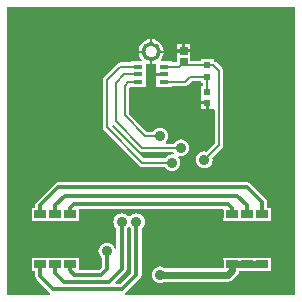
<source format=gtl>
G04 Layer_Physical_Order=1*
G04 Layer_Color=255*
%FSAX24Y24*%
%MOIN*%
G70*
G01*
G75*
%ADD10C,0.0118*%
%ADD11C,0.0118*%
%ADD12R,0.0315X0.0157*%
%ADD13R,0.1909X0.1094*%
%ADD14R,0.0398X0.0256*%
%ADD15R,0.0236X0.0217*%
%ADD16R,0.0252X0.0252*%
%ADD17C,0.0080*%
%ADD18C,0.0138*%
%ADD19C,0.0236*%
%ADD20C,0.1181*%
%ADD21C,0.0276*%
%ADD22C,0.0354*%
G36*
X023170Y013072D02*
X017512D01*
X017497Y013122D01*
X017528Y013143D01*
X018001Y013616D01*
X018038Y013671D01*
X018051Y013737D01*
Y015292D01*
X018077Y015311D01*
X018121Y015369D01*
X018149Y015437D01*
X018159Y015509D01*
X018149Y015581D01*
X018121Y015649D01*
X018077Y015707D01*
X018019Y015751D01*
X017951Y015779D01*
X017879Y015789D01*
X017807Y015779D01*
X017739Y015751D01*
X017681Y015707D01*
X017665Y015685D01*
X017602D01*
X017585Y015707D01*
X017527Y015751D01*
X017459Y015779D01*
X017387Y015789D01*
X017315Y015779D01*
X017247Y015751D01*
X017189Y015707D01*
X017145Y015649D01*
X017117Y015581D01*
X017107Y015509D01*
X017117Y015437D01*
X017145Y015369D01*
X017189Y015311D01*
X017215Y015292D01*
Y014601D01*
X017165Y014597D01*
X017137Y014665D01*
X017093Y014722D01*
X017035Y014767D01*
X016967Y014795D01*
X016895Y014804D01*
X016823Y014795D01*
X016755Y014767D01*
X016697Y014722D01*
X016653Y014665D01*
X016625Y014597D01*
X016615Y014525D01*
X016625Y014452D01*
X016653Y014385D01*
X016697Y014327D01*
X016723Y014308D01*
Y014006D01*
X016627Y013910D01*
X015963D01*
Y014312D01*
X014382D01*
Y013856D01*
X014508D01*
Y013688D01*
X014521Y013622D01*
X014559Y013566D01*
X014982Y013143D01*
X015013Y013122D01*
X014998Y013072D01*
X013572D01*
Y022670D01*
X023170D01*
Y013072D01*
D02*
G37*
G36*
X017681Y015311D02*
X017707Y015292D01*
Y013809D01*
X017335Y013437D01*
X017199D01*
X017180Y013483D01*
X017509Y013812D01*
X017546Y013868D01*
X017559Y013934D01*
Y015292D01*
X017585Y015311D01*
X017602Y015333D01*
X017665D01*
X017681Y015311D01*
D02*
G37*
%LPC*%
G36*
X021560Y016823D02*
X015281D01*
X015215Y016810D01*
X015159Y016773D01*
X014559Y016172D01*
X014521Y016116D01*
X014508Y016050D01*
Y015981D01*
X014382D01*
Y015525D01*
X015963D01*
Y015927D01*
X020779D01*
Y015525D01*
X022361D01*
Y015981D01*
X022234D01*
Y016149D01*
X022221Y016215D01*
X022184Y016271D01*
X021682Y016773D01*
X021626Y016810D01*
X021560Y016823D01*
D02*
G37*
G36*
X022361Y014312D02*
X020779D01*
Y013960D01*
X018832D01*
X018806Y013980D01*
X018739Y014007D01*
X018667Y014017D01*
X018594Y014007D01*
X018527Y013980D01*
X018469Y013935D01*
X018424Y013877D01*
X018397Y013810D01*
X018387Y013737D01*
X018397Y013665D01*
X018424Y013598D01*
X018469Y013540D01*
X018527Y013495D01*
X018594Y013467D01*
X018667Y013458D01*
X018739Y013467D01*
X018806Y013495D01*
X018832Y013515D01*
X020930D01*
X020930Y013515D01*
X021015Y013532D01*
X021088Y013580D01*
X021235Y013728D01*
X021235Y013728D01*
X021283Y013800D01*
X021295Y013856D01*
X022361D01*
Y014312D01*
D02*
G37*
G36*
X019404Y021428D02*
X019228D01*
Y021252D01*
X019404D01*
Y021428D01*
D02*
G37*
G36*
X019680D02*
X019504D01*
Y021252D01*
X019680D01*
Y021428D01*
D02*
G37*
G36*
X020191Y019416D02*
X020023D01*
Y019257D01*
X020191D01*
Y019416D01*
D02*
G37*
G36*
X018371Y021606D02*
X018309Y021594D01*
X018301Y021588D01*
X018263Y021583D01*
X018162Y021542D01*
X018075Y021475D01*
X018008Y021388D01*
X017966Y021287D01*
X017961Y021249D01*
X017956Y021240D01*
X017943Y021178D01*
X017956Y021116D01*
X017961Y021108D01*
X017966Y021070D01*
X018008Y020969D01*
X018057Y020905D01*
X018032Y020855D01*
X017691D01*
Y020819D01*
X017338D01*
X017338Y020819D01*
X017283Y020808D01*
X017237Y020777D01*
X017237Y020777D01*
X016794Y020334D01*
X016763Y020288D01*
X016752Y020233D01*
X016752Y020233D01*
Y018659D01*
X016752Y018659D01*
X016763Y018604D01*
X016794Y018558D01*
X017975Y017377D01*
X017975Y017377D01*
X018021Y017346D01*
X018076Y017335D01*
X018076Y017335D01*
X018820D01*
X018863Y017280D01*
X018920Y017235D01*
X018988Y017208D01*
X019060Y017198D01*
X019133Y017208D01*
X019200Y017235D01*
X019258Y017280D01*
X019302Y017338D01*
X019330Y017405D01*
X019340Y017478D01*
X019330Y017550D01*
X019302Y017617D01*
X019277Y017650D01*
X019304Y017697D01*
X019356Y017690D01*
X019428Y017700D01*
X019495Y017728D01*
X019553Y017772D01*
X019598Y017830D01*
X019626Y017897D01*
X019635Y017970D01*
X019626Y018042D01*
X019598Y018109D01*
X019553Y018167D01*
X019495Y018212D01*
X019428Y018240D01*
X019356Y018249D01*
X019283Y018240D01*
X019216Y018212D01*
X019158Y018167D01*
X019116Y018112D01*
X018877D01*
X018860Y018162D01*
X018864Y018166D01*
X018909Y018224D01*
X018937Y018291D01*
X018946Y018363D01*
X018937Y018436D01*
X018909Y018503D01*
X018864Y018561D01*
X018806Y018605D01*
X018739Y018633D01*
X018667Y018643D01*
X018594Y018633D01*
X018527Y018605D01*
X018469Y018561D01*
X018427Y018506D01*
X018234D01*
X017628Y019111D01*
Y019944D01*
X017674Y019987D01*
X017691Y019986D01*
Y019986D01*
X018206D01*
Y020242D01*
Y020498D01*
Y020752D01*
X018247Y020780D01*
X018263Y020773D01*
X018301Y020768D01*
X018309Y020763D01*
X018371Y020750D01*
X018433Y020763D01*
X018442Y020768D01*
X018480Y020773D01*
X018495Y020780D01*
X018537Y020752D01*
Y020498D01*
Y020470D01*
X018794D01*
Y020370D01*
X018537D01*
Y020242D01*
Y019986D01*
X019052D01*
Y020022D01*
X019483D01*
X019483Y020022D01*
X019538Y020033D01*
X019584Y020064D01*
X019720Y020199D01*
X020023D01*
Y020133D01*
X020099D01*
Y020048D01*
X020023D01*
Y019632D01*
Y019516D01*
X020241D01*
Y019466D01*
X020291D01*
Y019257D01*
X020459D01*
X020492Y019221D01*
Y018127D01*
X020212Y017846D01*
X020143Y017856D01*
X020071Y017846D01*
X020003Y017818D01*
X019945Y017774D01*
X019901Y017716D01*
X019873Y017648D01*
X019863Y017576D01*
X019873Y017504D01*
X019901Y017436D01*
X019945Y017378D01*
X020003Y017334D01*
X020071Y017306D01*
X020143Y017296D01*
X020215Y017306D01*
X020283Y017334D01*
X020341Y017378D01*
X020385Y017436D01*
X020413Y017504D01*
X020422Y017576D01*
X020413Y017645D01*
X020736Y017967D01*
X020736Y017967D01*
X020767Y018013D01*
X020778Y018068D01*
Y020529D01*
X020778Y020529D01*
X020767Y020583D01*
X020736Y020630D01*
X020736Y020630D01*
X020549Y020817D01*
X020503Y020848D01*
X020459Y020856D01*
Y020924D01*
X020023D01*
Y020858D01*
X019680D01*
Y021152D01*
X019228D01*
Y020976D01*
Y020819D01*
X019052D01*
Y020855D01*
X018710D01*
X018686Y020905D01*
X018734Y020969D01*
X018776Y021070D01*
X018781Y021108D01*
X018787Y021116D01*
X018799Y021178D01*
X018787Y021240D01*
X018781Y021249D01*
X018776Y021287D01*
X018734Y021388D01*
X018668Y021475D01*
X018581Y021542D01*
X018480Y021583D01*
X018442Y021588D01*
X018433Y021594D01*
X018371Y021606D01*
D02*
G37*
%LPD*%
G36*
X017975Y017869D02*
X017975Y017869D01*
X018021Y017838D01*
X018076Y017827D01*
X018076Y017827D01*
X019101D01*
X019120Y017799D01*
X019092Y017753D01*
X019060Y017757D01*
X018988Y017748D01*
X018920Y017720D01*
X018863Y017675D01*
X018820Y017620D01*
X018135D01*
X017059Y018696D01*
X017063Y018710D01*
X017118Y018726D01*
X017975Y017869D01*
D02*
G37*
D10*
X018637Y021178D02*
G03*
X018371Y021444I-000266J000000D01*
G01*
D02*
G03*
X018106Y021178I000000J-000266D01*
G01*
X018371Y020913D02*
G03*
X018637Y021178I000000J000266D01*
G01*
X018106D02*
G03*
X018371Y020913I000266J000000D01*
G01*
D11*
X018637Y021178D02*
D03*
X018106D02*
D03*
X018371Y021444D02*
D03*
Y020913D02*
D03*
D12*
X017948Y020676D02*
D03*
Y020420D02*
D03*
Y020165D02*
D03*
X018794Y020676D02*
D03*
Y020420D02*
D03*
Y020165D02*
D03*
D13*
X015418Y014919D02*
D03*
X021324D02*
D03*
D14*
X016157Y015753D02*
D03*
X015665D02*
D03*
X015172D02*
D03*
X014680D02*
D03*
X016157Y014084D02*
D03*
X015665D02*
D03*
X015172D02*
D03*
X014680D02*
D03*
X020586Y014084D02*
D03*
X021078D02*
D03*
X021570D02*
D03*
X022062D02*
D03*
X020586Y015753D02*
D03*
X021078D02*
D03*
X021570D02*
D03*
X022062D02*
D03*
D15*
X020241Y019466D02*
D03*
Y019840D02*
D03*
Y020342D02*
D03*
Y020716D02*
D03*
D16*
X019454Y021202D02*
D03*
Y020840D02*
D03*
D17*
X018637Y021178D02*
X019430D01*
X018371Y021444D02*
Y022104D01*
Y020548D02*
Y020913D01*
X017525Y021178D02*
X018106D01*
X018499Y020420D02*
X018794D01*
X018371Y020548D02*
X018499Y020420D01*
X019430Y021178D02*
X019454Y021202D01*
X017485Y021218D02*
X017525Y021178D01*
X018794Y020676D02*
X019291D01*
X018794Y020165D02*
X019483D01*
X018174Y018363D02*
X018667D01*
X017485Y019052D02*
X018174Y018363D01*
X017485Y019052D02*
Y020037D01*
X018076Y017970D02*
X019356D01*
X017190Y018856D02*
X018076Y017970D01*
X016895Y018659D02*
X018076Y017478D01*
X019060D01*
X017338Y020676D02*
X017948D01*
X016895Y020233D02*
X017338Y020676D01*
X016895Y018659D02*
Y020233D01*
X017613Y020165D02*
X017948D01*
X017485Y020037D02*
X017613Y020165D01*
X017476Y020420D02*
X017948D01*
X017190Y020135D02*
X017476Y020420D01*
X017190Y018856D02*
Y020135D01*
X020241Y020716D02*
X020448D01*
X020635Y020529D01*
Y018068D02*
Y020529D01*
X020143Y017576D02*
X020635Y018068D01*
X019454Y020840D02*
X019578Y020716D01*
X020241D01*
Y019840D02*
Y020342D01*
X019661D02*
X020241D01*
X019483Y020165D02*
X019661Y020342D01*
X019291Y020676D02*
X019454Y020840D01*
D18*
X021245Y016375D02*
X021570Y016050D01*
X015497Y016375D02*
X021245D01*
X015172Y016050D02*
X015497Y016375D01*
X021560Y016651D02*
X022062Y016149D01*
X015281Y016651D02*
X021560D01*
X014680Y016050D02*
X015281Y016651D01*
X017407Y013265D02*
X017879Y013737D01*
X015104Y013265D02*
X017407D01*
X014680Y013688D02*
X015104Y013265D01*
X016954Y013501D02*
X017387Y013934D01*
X015458Y013501D02*
X016954D01*
X015172Y013787D02*
X015458Y013501D01*
X020930Y016100D02*
X021078Y015952D01*
X015812Y016100D02*
X020930D01*
X015665Y015952D02*
X015812Y016100D01*
X022062Y015753D02*
Y016149D01*
X014680Y015753D02*
Y016050D01*
X021570Y015753D02*
Y016050D01*
X015172Y015753D02*
Y016050D01*
X021078Y015753D02*
Y015952D01*
X015665Y015753D02*
Y015952D01*
X017879Y013737D02*
Y015509D01*
X017387Y013934D02*
Y015509D01*
X016895Y013934D02*
Y014525D01*
X016698Y013737D02*
X016895Y013934D01*
X015812Y013737D02*
X016698D01*
X015172Y013787D02*
Y014084D01*
X014680Y013688D02*
Y014084D01*
X015665Y013885D02*
X015812Y013737D01*
X015665Y013885D02*
Y014084D01*
D19*
X018667Y013737D02*
X020930D01*
X021078Y013885D01*
Y014084D01*
X021570D02*
X022062D01*
X021078D02*
X021570D01*
D20*
X022505Y017281D02*
D03*
Y022005D02*
D03*
X014237D02*
D03*
Y017281D02*
D03*
D21*
X016206Y015312D02*
D03*
Y014919D02*
D03*
Y014525D02*
D03*
X015812Y015312D02*
D03*
Y014919D02*
D03*
Y014525D02*
D03*
X015418Y015312D02*
D03*
Y014919D02*
D03*
Y014525D02*
D03*
X015025Y015312D02*
D03*
Y014919D02*
D03*
Y014525D02*
D03*
X014631Y015312D02*
D03*
Y014919D02*
D03*
Y014525D02*
D03*
X020537Y014525D02*
D03*
Y014919D02*
D03*
Y015312D02*
D03*
X020930Y014525D02*
D03*
Y014919D02*
D03*
Y015312D02*
D03*
X021324Y014525D02*
D03*
Y014919D02*
D03*
Y015312D02*
D03*
X021718Y014525D02*
D03*
Y014919D02*
D03*
Y015312D02*
D03*
X022111Y014525D02*
D03*
Y014919D02*
D03*
Y015312D02*
D03*
D22*
X017879Y015509D02*
D03*
X017387D02*
D03*
X016895Y014525D02*
D03*
X020044Y021513D02*
D03*
X018371Y022104D02*
D03*
X017485Y021218D02*
D03*
X018667Y013737D02*
D03*
Y018363D02*
D03*
X019356Y017970D02*
D03*
X019060Y017478D02*
D03*
X020143Y017576D02*
D03*
M02*

</source>
